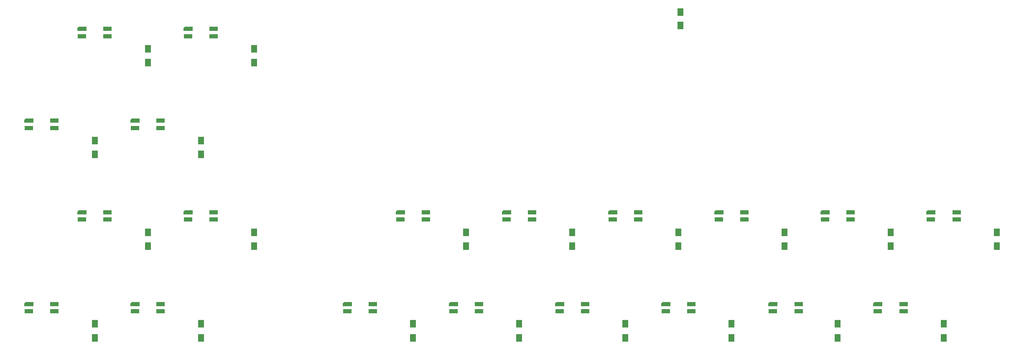
<source format=gbr>
%TF.GenerationSoftware,KiCad,Pcbnew,8.0.5*%
%TF.CreationDate,2024-11-29T19:22:44+02:00*%
%TF.ProjectId,harmi,6861726d-692e-46b6-9963-61645f706362,rev?*%
%TF.SameCoordinates,Original*%
%TF.FileFunction,Paste,Bot*%
%TF.FilePolarity,Positive*%
%FSLAX46Y46*%
G04 Gerber Fmt 4.6, Leading zero omitted, Abs format (unit mm)*
G04 Created by KiCad (PCBNEW 8.0.5) date 2024-11-29 19:22:44*
%MOMM*%
%LPD*%
G01*
G04 APERTURE LIST*
G04 Aperture macros list*
%AMOutline5P*
0 Free polygon, 5 corners , with rotation*
0 The origin of the aperture is its center*
0 number of corners: always 5*
0 $1 to $10 corner X, Y*
0 $11 Rotation angle, in degrees counterclockwise*
0 create outline with 5 corners*
4,1,5,$1,$2,$3,$4,$5,$6,$7,$8,$9,$10,$1,$2,$11*%
%AMOutline6P*
0 Free polygon, 6 corners , with rotation*
0 The origin of the aperture is its center*
0 number of corners: always 6*
0 $1 to $12 corner X, Y*
0 $13 Rotation angle, in degrees counterclockwise*
0 create outline with 6 corners*
4,1,6,$1,$2,$3,$4,$5,$6,$7,$8,$9,$10,$11,$12,$1,$2,$13*%
%AMOutline7P*
0 Free polygon, 7 corners , with rotation*
0 The origin of the aperture is its center*
0 number of corners: always 7*
0 $1 to $14 corner X, Y*
0 $15 Rotation angle, in degrees counterclockwise*
0 create outline with 7 corners*
4,1,7,$1,$2,$3,$4,$5,$6,$7,$8,$9,$10,$11,$12,$13,$14,$1,$2,$15*%
%AMOutline8P*
0 Free polygon, 8 corners , with rotation*
0 The origin of the aperture is its center*
0 number of corners: always 8*
0 $1 to $16 corner X, Y*
0 $17 Rotation angle, in degrees counterclockwise*
0 create outline with 8 corners*
4,1,8,$1,$2,$3,$4,$5,$6,$7,$8,$9,$10,$11,$12,$13,$14,$15,$16,$1,$2,$17*%
G04 Aperture macros list end*
%ADD10R,1.200000X1.500000*%
%ADD11R,1.200000X1.600000*%
%ADD12R,1.800000X0.820000*%
%ADD13Outline5P,-0.900000X0.139400X-0.629400X0.410000X0.900000X0.410000X0.900000X-0.410000X-0.900000X-0.410000X0.000000*%
G04 APERTURE END LIST*
D10*
%TO.C,R1*%
X186000000Y-75000000D03*
X186000000Y-77700000D03*
%TD*%
D11*
%TO.C,D20*%
X239350000Y-138300000D03*
X239350000Y-141100000D03*
%TD*%
%TO.C,D19*%
X217850000Y-138300000D03*
X217850000Y-141100000D03*
%TD*%
%TO.C,D18*%
X196350000Y-138300000D03*
X196350000Y-141100000D03*
%TD*%
%TO.C,D17*%
X174850000Y-138300000D03*
X174850000Y-141100000D03*
%TD*%
%TO.C,D16*%
X153350000Y-138300000D03*
X153350000Y-141100000D03*
%TD*%
%TO.C,D15*%
X131850000Y-138300000D03*
X131850000Y-141100000D03*
%TD*%
%TO.C,D14*%
X250100000Y-119680452D03*
X250100000Y-122480452D03*
%TD*%
%TO.C,D13*%
X228600000Y-122480452D03*
X228600000Y-119680452D03*
%TD*%
%TO.C,D12*%
X207100000Y-119680452D03*
X207100000Y-122480452D03*
%TD*%
%TO.C,D11*%
X185600000Y-119680452D03*
X185600000Y-122480452D03*
%TD*%
%TO.C,D10*%
X164100000Y-119680452D03*
X164100000Y-122480452D03*
%TD*%
%TO.C,D9*%
X142600000Y-119680452D03*
X142600000Y-122480452D03*
%TD*%
%TO.C,D8*%
X88850000Y-138300000D03*
X88850000Y-141100000D03*
%TD*%
%TO.C,D7*%
X67350000Y-138300000D03*
X67350000Y-141100000D03*
%TD*%
%TO.C,D6*%
X99600000Y-119680452D03*
X99600000Y-122480452D03*
%TD*%
%TO.C,D5*%
X78100000Y-119680452D03*
X78100000Y-122480452D03*
%TD*%
%TO.C,D4*%
X88850000Y-101060904D03*
X88850000Y-103860904D03*
%TD*%
%TO.C,D3*%
X67350000Y-101060904D03*
X67350000Y-103860904D03*
%TD*%
%TO.C,D2*%
X99600000Y-82441356D03*
X99600000Y-85241356D03*
%TD*%
%TO.C,D1*%
X78100000Y-82441356D03*
X78100000Y-85241356D03*
%TD*%
D12*
%TO.C,RGB20*%
X231200000Y-135750000D03*
X231200000Y-134250000D03*
D13*
X226000000Y-134250000D03*
D12*
X226000000Y-135750000D03*
%TD*%
%TO.C,RGB19*%
X209950000Y-135750000D03*
X209950000Y-134250000D03*
D13*
X204750000Y-134250000D03*
D12*
X204750000Y-135750000D03*
%TD*%
%TO.C,RGB18*%
X188200000Y-135750000D03*
X188200000Y-134250000D03*
D13*
X183000000Y-134250000D03*
D12*
X183000000Y-135750000D03*
%TD*%
%TO.C,RGB17*%
X166700000Y-135750000D03*
X166700000Y-134250000D03*
D13*
X161500000Y-134250000D03*
D12*
X161500000Y-135750000D03*
%TD*%
%TO.C,RGB16*%
X145200000Y-135750000D03*
X145200000Y-134250000D03*
D13*
X140000000Y-134250000D03*
D12*
X140000000Y-135750000D03*
%TD*%
%TO.C,RGB15*%
X123700000Y-135750000D03*
X123700000Y-134250000D03*
D13*
X118500000Y-134250000D03*
D12*
X118500000Y-135750000D03*
%TD*%
%TO.C,RGB14*%
X241950000Y-117130452D03*
X241950000Y-115630452D03*
D13*
X236750000Y-115630452D03*
D12*
X236750000Y-117130452D03*
%TD*%
%TO.C,RGB13*%
X220450000Y-117130452D03*
X220450000Y-115630452D03*
D13*
X215250000Y-115630452D03*
D12*
X215250000Y-117130452D03*
%TD*%
%TO.C,RGB12*%
X198950000Y-117130452D03*
X198950000Y-115630452D03*
D13*
X193750000Y-115630452D03*
D12*
X193750000Y-117130452D03*
%TD*%
%TO.C,RGB11*%
X177450000Y-117130452D03*
X177450000Y-115630452D03*
D13*
X172250000Y-115630452D03*
D12*
X172250000Y-117130452D03*
%TD*%
%TO.C,RGB10*%
X155950000Y-117130452D03*
X155950000Y-115630452D03*
D13*
X150750000Y-115630452D03*
D12*
X150750000Y-117130452D03*
%TD*%
%TO.C,RGB9*%
X134450000Y-117130452D03*
X134450000Y-115630452D03*
D13*
X129250000Y-115630452D03*
D12*
X129250000Y-117130452D03*
%TD*%
%TO.C,RGB8*%
X80700000Y-135750000D03*
X80700000Y-134250000D03*
D13*
X75500000Y-134250000D03*
D12*
X75500000Y-135750000D03*
%TD*%
%TO.C,RGB7*%
X59200000Y-135750000D03*
X59200000Y-134250000D03*
D13*
X54000000Y-134250000D03*
D12*
X54000000Y-135750000D03*
%TD*%
%TO.C,RGB6*%
X91450000Y-117130452D03*
X91450000Y-115630452D03*
D13*
X86250000Y-115630452D03*
D12*
X86250000Y-117130452D03*
%TD*%
%TO.C,RGB5*%
X69950000Y-117130452D03*
X69950000Y-115630452D03*
D13*
X64750000Y-115630452D03*
D12*
X64750000Y-117130452D03*
%TD*%
%TO.C,RGB4*%
X80700000Y-98510904D03*
X80700000Y-97010904D03*
D13*
X75500000Y-97010904D03*
D12*
X75500000Y-98510904D03*
%TD*%
%TO.C,RGB3*%
X59200000Y-98510904D03*
X59200000Y-97010904D03*
D13*
X54000000Y-97010904D03*
D12*
X54000000Y-98510904D03*
%TD*%
%TO.C,RGB2*%
X91450000Y-79891356D03*
X91450000Y-78391356D03*
D13*
X86250000Y-78391356D03*
D12*
X86250000Y-79891356D03*
%TD*%
%TO.C,RGB1*%
X64750000Y-79891356D03*
D13*
X64750000Y-78391356D03*
D12*
X69950000Y-78391356D03*
X69950000Y-79891356D03*
%TD*%
M02*

</source>
